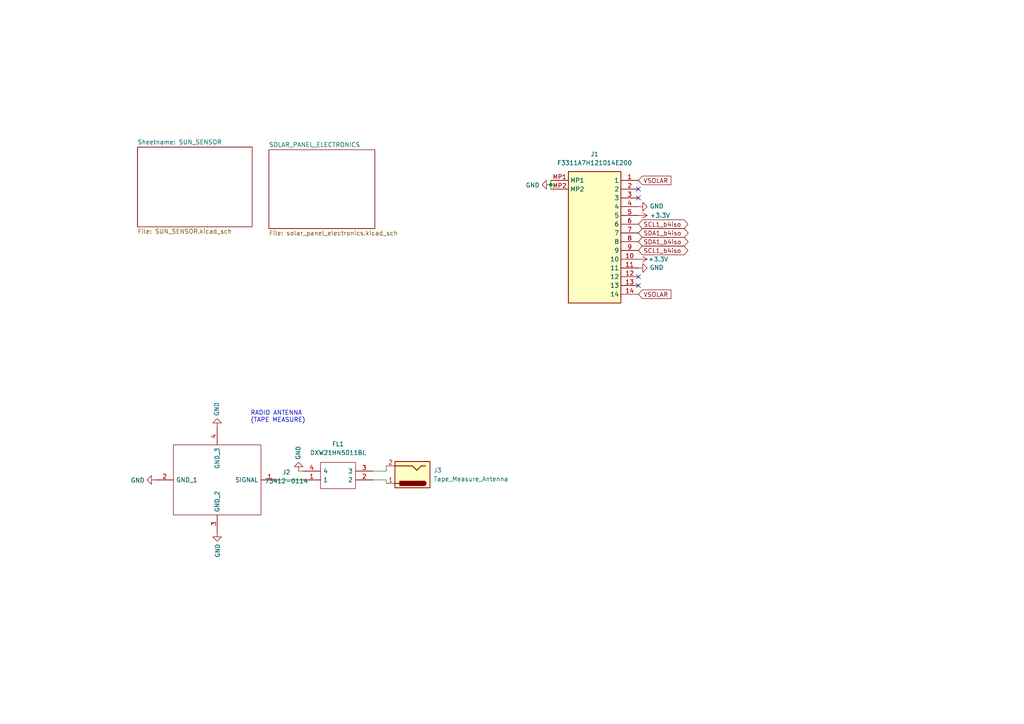
<source format=kicad_sch>
(kicad_sch (version 20230121) (generator eeschema)
  (paper "A4")
  (lib_symbols
    (symbol "AA_AUTO_LOADER:73412-0114" (pin_names (offset 0.762))
      (property "Reference" "J" (at 26.67 17.78 0))
      (property "Value" "73412-0114" (at 26.67 15.24 0))
      (symbol "73412-0114_0_0"
        (pin passive line (at 15.24 -17.78 90) (length 5.08) (name "SIGNAL") (number "1"))
        (pin passive line (at 15.24 17.78 270) (length 5.08) (name "GND_1") (number "2"))
        (pin passive line (at 0 0 0) (length 5.08) (name "GND_2") (number "3"))
        (pin passive line (at 30.48 0 180) (length 5.08) (name "GND_3") (number "4"))
      )
      (symbol "73412-0114_0_1"
        (polyline (pts (xy 5.08 12.7) (xy 25.4 12.7) (xy 25.4 -12.7) (xy 5.08 -12.7) (xy 5.08 12.7)) (stroke (width 0.1524)))
      )
    )
    (symbol "AA_AUTO_LOADER:DXW21HN5011BL" (pin_names (offset 0.762))
      (property "Reference" "FL" (at 16.51 7.62 0))
      (property "Value" "DXW21HN5011BL" (at 16.51 5.08 0))
      (symbol "DXW21HN5011BL_0_0"
        (pin passive line (at 0 -2.54 0) (length 5.08) (name "1") (number "1"))
        (pin passive line (at 20.32 -2.54 180) (length 5.08) (name "2") (number "2"))
        (pin passive line (at 20.32 0 180) (length 5.08) (name "3") (number "3"))
        (pin passive line (at 0 0 0) (length 5.08) (name "4") (number "4"))
      )
      (symbol "DXW21HN5011BL_0_1"
        (polyline (pts (xy 5.08 2.54) (xy 15.24 2.54) (xy 15.24 -5.08) (xy 5.08 -5.08) (xy 5.08 2.54)) (stroke (width 0.1524)))
      )
    )
    (symbol "Connector:Tape_measure_antenna" (pin_names (offset 1.016))
      (property "Reference" "J" (at 0 5.334 0))
      (property "Value" "Tape_Measure_Antenna" (at 0 -5.08 0))
      (symbol "Tape_measure_antenna_0_1"
        (rectangle (start -5.08 3.81) (end 5.08 -3.81) (stroke (width 0.254)) (fill (type background)))
        (arc (start -3.302 3.175) (mid -3.9343 2.54) (end -3.302 1.905) (stroke (width 0.254)))
        (arc (start -3.302 3.175) (mid -3.9343 2.54) (end -3.302 1.905) (stroke (width 0.254)) (fill (type outline)))
        (polyline (pts (xy 5.08 2.54) (xy 3.81 2.54)) (stroke (width 0.254)))
        (polyline (pts (xy -3.81 -2.54) (xy -2.54 -2.54) (xy -1.27 -1.27) (xy 0 -2.54) (xy 2.54 -2.54) (xy 5.08 -2.54)) (stroke (width 0.254)))
        (rectangle (start 3.683 3.175) (end -3.302 1.905) (stroke (width 0.254)) (fill (type outline)))
      )
      (symbol "Tape_measure_antenna_1_1"
        (pin passive line (at 7.62 2.54 180) (length 2.54) (name "~") (number "1"))
        (pin passive line (at 7.62 -2.54 180) (length 2.54) (name "~") (number "2"))
      )
    )
    (symbol "F3311A7H121008E200:F3311A7H121014E200"
      (property "Reference" "J" (at 21.59 7.62 0))
      (property "Value" "F3311A7H121014E200" (at 21.59 5.08 0))
      (symbol "F3311A7H121014E200_1_1"
        (rectangle (start 5.08 2.54) (end 20.32 -35.56) (stroke (width 0.254)) (fill (type background)))
        (pin passive line (at 25.4 0 180) (length 5.08) (name "1") (number "1"))
        (pin passive line (at 25.4 -22.86 180) (length 5.08) (name "10") (number "10"))
        (pin passive line (at 25.4 -25.4 180) (length 5.08) (name "11") (number "11"))
        (pin passive line (at 25.4 -27.94 180) (length 5.08) (name "12") (number "12"))
        (pin passive line (at 25.4 -30.48 180) (length 5.08) (name "13") (number "13"))
        (pin passive line (at 25.4 -33.02 180) (length 5.08) (name "14") (number "14"))
        (pin passive line (at 25.4 -2.54 180) (length 5.08) (name "2") (number "2"))
        (pin passive line (at 25.4 -5.08 180) (length 5.08) (name "3") (number "3"))
        (pin passive line (at 25.4 -7.62 180) (length 5.08) (name "4") (number "4"))
        (pin passive line (at 25.4 -10.16 180) (length 5.08) (name "5") (number "5"))
        (pin passive line (at 25.4 -12.7 180) (length 5.08) (name "6") (number "6"))
        (pin passive line (at 25.4 -15.24 180) (length 5.08) (name "7") (number "7"))
        (pin passive line (at 25.4 -17.78 180) (length 5.08) (name "8") (number "8"))
        (pin passive line (at 25.4 -20.32 180) (length 5.08) (name "9") (number "9"))
        (pin passive line (at 0 0 0) (length 5.08) (name "MP1") (number "MP1"))
        (pin passive line (at 0 -2.54 0) (length 5.08) (name "MP2") (number "MP2"))
      )
    )
    (symbol "power:+3.3V" (power) (pin_names (offset 0))
      (property "Value" "+3.3V" (at 0 3.556 0))
      (symbol "+3.3V_0_1"
        (polyline (pts (xy -0.762 1.27) (xy 0 2.54)))
        (polyline (pts (xy 0 0) (xy 0 2.54)))
        (polyline (pts (xy 0 2.54) (xy 0.762 1.27)))
      )
      (symbol "+3.3V_1_1"
        (pin power_in line (at 0 0 90) (length 0) hide (name "+3.3V") (number "1"))
      )
    )
    (symbol "power:GND" (power) (pin_names (offset 0))
      (property "Value" "GND" (at 0 -3.81 0))
      (symbol "GND_0_1"
        (polyline (pts (xy 0 0) (xy 0 -1.27) (xy 1.27 -1.27) (xy 0 -2.54) (xy -1.27 -1.27) (xy 0 -1.27)))
      )
      (symbol "GND_1_1"
        (pin power_in line (at 0 0 270) (length 0) hide (name "GND") (number "1"))
      )
    )
  )
  (junction (at 159.766 53.594))
  (no_connect (at 185.166 54.864))
  (no_connect (at 185.166 57.404))
  (no_connect (at 185.166 82.804))
  (no_connect (at 185.166 80.264))
  (wire (pts (xy 86.614 136.652) (xy 87.884 136.652)))
  (wire (pts (xy 80.772 139.192) (xy 87.884 139.192)))
  (wire (pts (xy 108.204 136.652) (xy 112.014 136.652)))
  (wire (pts (xy 159.766 53.594) (xy 159.766 54.864)))
  (wire (pts (xy 112.014 139.192) (xy 112.014 140.208)))
  (wire (pts (xy 159.766 52.324) (xy 159.766 53.594)))
  (wire (pts (xy 112.014 136.652) (xy 112.014 135.128)))
  (wire (pts (xy 108.204 139.192) (xy 112.014 139.192)))
  (text "RADIO ANTENNA\n(TAPE MEASURE)\n" (at 72.644 122.682 0) (effects (font (size 1.27 1.27)) (justify left bottom)))
  (global_label "VSOLAR" (shape input) (at 185.166 52.324 0) (property "Intersheetrefs" "${INTERSHEET_REFS}" (effects hide)))
  (global_label "SCL1_b4iso" (shape bidirectional) (at 185.166 65.024 0) (property "Intersheetrefs" "${INTERSHEET_REFS}" (effects hide)))
  (global_label "SDA1_b4iso" (shape bidirectional) (at 185.166 67.564 0) (property "Intersheetrefs" "${INTERSHEET_REFS}" (effects hide)))
  (global_label "SDA1_b4iso" (shape bidirectional) (at 185.166 70.104 0) (property "Intersheetrefs" "${INTERSHEET_REFS}" (effects hide)))
  (global_label "VSOLAR" (shape input) (at 185.166 85.344 0) (property "Intersheetrefs" "${INTERSHEET_REFS}" (effects hide)))
  (global_label "SCL1_b4iso" (shape bidirectional) (at 185.166 72.644 0) (property "Intersheetrefs" "${INTERSHEET_REFS}" (effects hide)))
  (symbol (lib_id "AA_AUTO_LOADER:73412-0114") (at 62.992 154.432 90) (unit 1)
    (property "Reference" "J2" (at 83.058 136.9761 90))
    (property "Value" "73412-0114" (at 83.058 139.5161 90))
    (property "Footprint" "73412-0110" (effects hide))
    (property "Datasheet" "http://www.molex.com/webdocs/datasheets/pdf/en-us//0734120114_RF_COAX_CONNECTORS.pdf" (effects hide))
    (property "Description" "Micro Coaxial Receptacle,Vertical Molex Female Surface Mount Coaxial Socket, Solder Termination" (effects hide))
    (property "Manufacturer_Name" "Molex" (effects hide))
    (property "Manufacturer_Part_Number" "73412-0114" (effects hide))
    (property "Mouser Part Number" "538-73412-0114" (effects hide))
    (property "Mouser Price/Stock" "https://www.mouser.co.uk/ProductDetail/Molex/73412-0114?qs=TpUtqFO9vU%252Ba9r2SfxH4iw%3D%3D" (effects hide))
  )
  (symbol (lib_id "power:GND") (at 45.212 139.192 270) (unit 1)
    (property "Reference" "#PWR031" (effects hide))
    (property "Value" "GND" (at 41.9608 139.319 90) (effects (justify right)))
  )
  (symbol (lib_id "power:+3.3V") (at 185.166 62.484 270) (mirror x) (unit 1)
    (property "Reference" "#PWR03" (effects hide))
    (property "Value" "+3.3V" (at 188.468 62.484 90) (effects (justify left)))
  )
  (symbol (lib_id "power:+3.3V") (at 185.166 75.184 270) (mirror x) (unit 1)
    (property "Reference" "#PWR04" (effects hide))
    (property "Value" "+3.3V" (at 187.96 75.184 90) (effects (justify left)))
  )
  (symbol (lib_id "power:GND") (at 185.166 59.944 90) (unit 1)
    (property "Reference" "#PWR02" (effects hide))
    (property "Value" "GND" (at 188.4172 59.817 90) (effects (justify right)))
  )
  (symbol (lib_id "power:GND") (at 86.614 136.652 180) (unit 1)
    (property "Reference" "#PWR033" (effects hide))
    (property "Value" "GND" (at 86.487 133.4008 90) (effects (justify right)))
  )
  (symbol (lib_id "power:GND") (at 185.166 77.724 90) (unit 1)
    (property "Reference" "#PWR05" (effects hide))
    (property "Value" "GND" (at 188.4172 77.597 90) (effects (justify right)))
  )
  (symbol (lib_id "power:GND") (at 62.992 123.952 180) (unit 1)
    (property "Reference" "#PWR032" (effects hide))
    (property "Value" "GND" (at 62.865 120.7008 90) (effects (justify right)))
  )
  (symbol (lib_id "power:GND") (at 159.766 53.594 270) (unit 1)
    (property "Reference" "#PWR01" (effects hide))
    (property "Value" "GND" (at 156.5148 53.721 90) (effects (justify right)))
  )
  (symbol (lib_id "AA_AUTO_LOADER:DXW21HN5011BL") (at 87.884 136.652 0) (unit 1)
    (property "Reference" "FL1" (at 98.044 128.778 0))
    (property "Value" "DXW21HN5011BL" (at 98.044 131.318 0))
    (property "Footprint" "DXW21HN5011BL" (effects hide))
    (property "Datasheet" "https://datasheet.datasheetarchive.com/originals/distributors/DKDS-40/47146.pdf" (effects hide))
    (property "Description" "Signal Conditioning" (effects hide))
    (property "Height" "1" (effects hide))
    (property "Manufacturer_Name" "Murata Electronics" (effects hide))
    (property "Manufacturer_Part_Number" "DXW21HN5011BL" (effects hide))
    (property "Mouser Part Number" "81-DXW21HN5011BL" (effects hide))
    (property "Mouser Price/Stock" "https://www.mouser.co.uk/ProductDetail/Murata-Electronics/DXW21HN5011BL?qs=qkDYIeTQ%252BEnz0BTUHwsH9Q%3D%3D" (effects hide))
    (property "Arrow Part Number" "DXW21HN5011BL" (effects hide))
    (property "Arrow Price/Stock" "https://www.arrow.com/en/products/dxw21hn5011bl/murata-manufacturing" (effects hide))
  )
  (symbol (lib_id "F3311A7H121008E200:F3311A7H121014E200") (at 159.766 52.324 0) (unit 1)
    (property "Reference" "J1" (at 172.466 44.704 0))
    (property "Value" "F3311A7H121014E200" (at 172.466 47.244 0))
    (property "Footprint" "F3311A7H121014E200" (effects hide))
    (property "Datasheet" "https://cdn.amphenol-cs.com/media/wysiwyg/files/documentation/datasheet/flex/ffc_fpc_050mm_f331.pdf" (effects hide))
    (property "Height" "1.12" (effects hide))
    (property "Manufacturer_Name" "Amphenol Communications Solutions" (effects hide))
    (property "Manufacturer_Part_Number" "F3311A7H121014E200" (effects hide))
  )
  (symbol (lib_id "power:GND") (at 62.992 154.432 0) (unit 1)
    (property "Reference" "#PWR030" (effects hide))
    (property "Value" "GND" (at 63.119 157.6832 90) (effects (justify right)))
  )
  (symbol (lib_id "Connector:Tape_measure_antenna") (at 119.634 137.668 180) (unit 1)
    (property "Reference" "J3" (at 125.73 136.398 0) (effects (justify right)))
    (property "Value" "Tape_Measure_Antenna" (at 125.73 138.938 0) (effects (justify right)))
    (property "Footprint" "Audio_Module:Radio_antenna" (effects hide))
  )
  (sheet (at 39.878 42.672) (size 33.274 23.114) (stroke (width 0.1524))
    (property "Sheetname" "SUN_SENSOR" (at 39.878 41.9604 0) (show_name) (effects (justify left bottom)))
    (property "Sheetfile" "SUN_SENSOR.kicad_sch" (at 39.878 66.3706 0) (effects (justify left top)))
  )
  (sheet (at 77.978 43.434) (size 30.734 22.86) (stroke (width 0.1524))
    (property "Sheetname" "SOLAR_PANEL_ELECTRONICS" (at 77.978 42.7224 0) (effects (justify left bottom)))
    (property "Sheetfile" "solar_panel_electronics.kicad_sch" (at 77.978 66.8786 0) (effects (justify left top)))
  )
)
</source>
